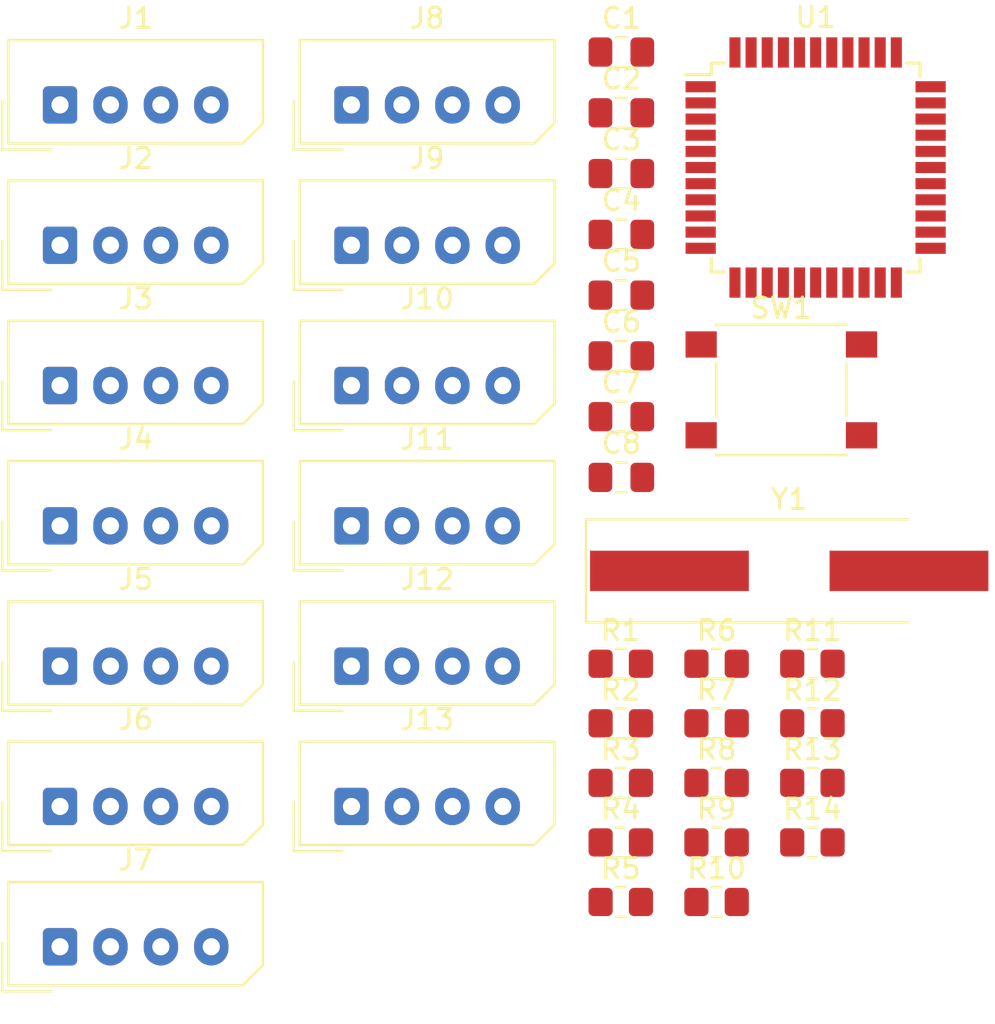
<source format=kicad_pcb>
(kicad_pcb (version 20221018) (generator pcbnew)
  (layers (0 "F.Cu" signal) (31 "B.Cu" signal) (34 "B.Paste" user) (35 "F.Paste" user) (36 "B.SilkS" user "B.Silkscreen") (37 "F.SilkS" user "F.Silkscreen") (38 "B.Mask" user) (39 "F.Mask" user) (44 "Edge.Cuts" user))
  (net 0 "")
  (net 1 "Net-(J12-Pin_4)")
  (net 2 "GND")
  (net 3 "Net-(U1-XTAL1)")
  (net 4 "Net-(U1-XTAL2)")
  (net 5 "VCC")
  (net 6 "/BT_START")
  (net 7 "/BT_EFFECT")
  (net 8 "/BT_VEFX")
  (net 9 "/BT_1")
  (net 10 "/BT_2")
  (net 11 "/BT_3")
  (net 12 "/BT_4")
  (net 13 "/BT_6")
  (net 14 "/BT_5")
  (net 15 "/BT_7")
  (net 16 "/SC_0")
  (net 17 "/SC_1")
  (net 18 "Net-(J12-Pin_2)")
  (net 19 "Net-(J12-Pin_3)")
  (net 20 "Net-(U1-D+)")
  (net 21 "Net-(U1-D-)")
  (net 22 "Net-(U1-~{RESET})")
  (net 23 "Net-(U1-~{HWB}{slash}PE2)")
  (net 36 "/TXD1_BT")
  (net 37 "/RXD1_BT")
  (footprint "Connector_Molex:Molex_SPOX_5267-04A_1x04_P2.50mm_Vertical" (layer "F.Cu") (at 101.75 81.82)
    (fp_text reference "J9" (at 3.75 -4.3) (layer "F.SilkS"))
    (fp_text value "Conn_01x04")
    (fp_line (start -2.86 -0.2) (end -2.86 2.21) (stroke (width 0.12)) (layer "F.SilkS"))
    (fp_line (start -2.86 2.21) (end -0.45 2.21) (stroke (width 0.12)) (layer "F.SilkS"))
    (fp_line (start -2.56 -3.21) (end -2.56 1.91) (stroke (width 0.12)) (layer "F.SilkS"))
    (fp_line (start -2.56 1.91) (end 9.06 1.91) (stroke (width 0.12)) (layer "F.SilkS"))
    (fp_line (start 9.06 1.91) (end 10.06 0.91) (stroke (width 0.12)) (layer "F.SilkS"))
    (fp_line (start 10.06 -3.21) (end -2.56 -3.21) (stroke (width 0.12)) (layer "F.SilkS"))
    (fp_line (start 10.06 0.91) (end 10.06 -3.21) (stroke (width 0.12)) (layer "F.SilkS"))
    (pad "1" thru_hole roundrect (at 0 0) (size 1.7 1.85) (drill 0.85) (layers "*.Cu" "*.Mask") (roundrect_rratio 0.147059) (net 5 "VCC"))
    (pad "2" thru_hole oval (at 2.5 0) (size 1.7 1.85) (drill 0.85) (layers "*.Cu" "*.Mask") (net 2 "GND"))
    (pad "3" thru_hole oval (at 5 0) (size 1.7 1.85) (drill 0.85) (layers "*.Cu" "*.Mask") (net 14 "/BT_5"))
    (pad "4" thru_hole oval (at 7.5 0) (size 1.7 1.85) (drill 0.85) (layers "*.Cu" "*.Mask") (net 14 "/BT_5"))
  )
  (footprint "Package_QFP:TQFP-44_10x10mm_P0.8mm" (layer "F.Cu") (at 124.76 77.97)
    (fp_text reference "U1" (at 0 -7.45) (layer "F.SilkS"))
    (fp_text value "ATmega32U4-A")
    (fp_line (start -5.175 -5.175) (end -5.175 -4.6) (stroke (width 0.15)) (layer "F.SilkS"))
    (fp_line (start -5.175 -5.175) (end -4.5 -5.175) (stroke (width 0.15)) (layer "F.SilkS"))
    (fp_line (start -5.175 -4.6) (end -6.45 -4.6) (stroke (width 0.15)) (layer "F.SilkS"))
    (fp_line (start -5.175 5.175) (end -5.175 4.5) (stroke (width 0.15)) (layer "F.SilkS"))
    (fp_line (start -5.175 5.175) (end -4.5 5.175) (stroke (width 0.15)) (layer "F.SilkS"))
    (fp_line (start 5.175 -5.175) (end 4.5 -5.175) (stroke (width 0.15)) (layer "F.SilkS"))
    (fp_line (start 5.175 -5.175) (end 5.175 -4.5) (stroke (width 0.15)) (layer "F.SilkS"))
    (fp_line (start 5.175 5.175) (end 4.5 5.175) (stroke (width 0.15)) (layer "F.SilkS"))
    (fp_line (start 5.175 5.175) (end 5.175 4.5) (stroke (width 0.15)) (layer "F.SilkS"))
    (pad "1" smd rect (at -5.7 -4) (size 1.5 0.55) (layers "F.Cu" "F.Paste" "F.Mask"))
    (pad "2" smd rect (at -5.7 -3.2) (size 1.5 0.55) (layers "F.Cu" "F.Paste" "F.Mask") (net 5 "VCC"))
    (pad "3" smd rect (at -5.7 -2.4) (size 1.5 0.55) (layers "F.Cu" "F.Paste" "F.Mask") (net 21 "Net-(U1-D-)"))
    (pad "4" smd rect (at -5.7 -1.6) (size 1.5 0.55) (layers "F.Cu" "F.Paste" "F.Mask") (net 20 "Net-(U1-D+)"))
    (pad "5" smd rect (at -5.7 -0.8) (size 1.5 0.55) (layers "F.Cu" "F.Paste" "F.Mask") (net 2 "GND"))
    (pad "6" smd rect (at -5.7 0) (size 1.5 0.55) (layers "F.Cu" "F.Paste" "F.Mask") (net 2 "GND"))
    (pad "7" smd rect (at -5.7 0.8) (size 1.5 0.55) (layers "F.Cu" "F.Paste" "F.Mask") (net 5 "VCC"))
    (pad "8" smd rect (at -5.7 1.6) (size 1.5 0.55) (layers "F.Cu" "F.Paste" "F.Mask") (net 6 "/BT_START"))
    (pad "9" smd rect (at -5.7 2.4) (size 1.5 0.55) (layers "F.Cu" "F.Paste" "F.Mask") (net 7 "/BT_EFFECT"))
    (pad "10" smd rect (at -5.7 3.2) (size 1.5 0.55) (layers "F.Cu" "F.Paste" "F.Mask") (net 8 "/BT_VEFX"))
    (pad "11" smd rect (at -5.7 4) (size 1.5 0.55) (layers "F.Cu" "F.Paste" "F.Mask") (net 9 "/BT_1"))
    (pad "12" smd rect (at -4 5.7 90) (size 1.5 0.55) (layers "F.Cu" "F.Paste" "F.Mask") (net 14 "/BT_5"))
    (pad "13" smd rect (at -3.2 5.7 90) (size 1.5 0.55) (layers "F.Cu" "F.Paste" "F.Mask") (net 22 "Net-(U1-~{RESET})"))
    (pad "14" smd rect (at -2.4 5.7 90) (size 1.5 0.55) (layers "F.Cu" "F.Paste" "F.Mask") (net 5 "VCC"))
    (pad "15" smd rect (at -1.6 5.7 90) (size 1.5 0.55) (layers "F.Cu" "F.Paste" "F.Mask") (net 2 "GND"))
    (pad "16" smd rect (at -0.8 5.7 90) (size 1.5 0.55) (layers "F.Cu" "F.Paste" "F.Mask") (net 4 "Net-(U1-XTAL2)"))
    (pad "17" smd rect (at 0 5.7 90) (size 1.5 0.55) (layers "F.Cu" "F.Paste" "F.Mask") (net 3 "Net-(U1-XTAL1)"))
    (pad "18" smd rect (at 0.8 5.7 90) (size 1.5 0.55) (layers "F.Cu" "F.Paste" "F.Mask"))
    (pad "19" smd rect (at 1.6 5.7 90) (size 1.5 0.55) (layers "F.Cu" "F.Paste" "F.Mask"))
    (pad "20" smd rect (at 2.4 5.7 90) (size 1.5 0.55) (layers "F.Cu" "F.Paste" "F.Mask") (net 37 "/RXD1_BT"))
    (pad "21" smd rect (at 3.2 5.7 90) (size 1.5 0.55) (layers "F.Cu" "F.Paste" "F.Mask") (net 36 "/TXD1_BT"))
    (pad "22" smd rect (at 4 5.7 90) (size 1.5 0.55) (layers "F.Cu" "F.Paste" "F.Mask"))
    (pad "23" smd rect (at 5.7 4) (size 1.5 0.55) (layers "F.Cu" "F.Paste" "F.Mask") (net 2 "GND"))
    (pad "24" smd rect (at 5.7 3.2) (size 1.5 0.55) (layers "F.Cu" "F.Paste" "F.Mask") (net 5 "VCC"))
    (pad "25" smd rect (at 5.7 2.4) (size 1.5 0.55) (layers "F.Cu" "F.Paste" "F.Mask"))
    (pad "26" smd rect (at 5.7 1.6) (size 1.5 0.55) (layers "F.Cu" "F.Paste" "F.Mask"))
    (pad "27" smd rect (at 5.7 0.8) (size 1.5 0.55) (layers "F.Cu" "F.Paste" "F.Mask"))
    (pad "28" smd rect (at 5.7 0) (size 1.5 0.55) (layers "F.Cu" "F.Paste" "F.Mask") (net 10 "/BT_2"))
    (pad "29" smd rect (at 5.7 -0.8) (size 1.5 0.55) (layers "F.Cu" "F.Paste" "F.Mask") (net 11 "/BT_3"))
    (pad "30" smd rect (at 5.7 -1.6) (size 1.5 0.55) (layers "F.Cu" "F.Paste" "F.Mask") (net 12 "/BT_4"))
    (pad "31" smd rect (at 5.7 -2.4) (size 1.5 0.55) (layers "F.Cu" "F.Paste" "F.Mask") (net 13 "/BT_6"))
    (pad "32" smd rect (at 5.7 -3.2) (size 1.5 0.55) (layers "F.Cu" "F.Paste" "F.Mask") (net 15 "/BT_7"))
    (pad "33" smd rect (at 5.7 -4) (size 1.5 0.55) (layers "F.Cu" "F.Paste" "F.Mask") (net 23 "Net-(U1-~{HWB}{slash}PE2)"))
    (pad "34" smd rect (at 4 -5.7 90) (size 1.5 0.55) (layers "F.Cu" "F.Paste" "F.Mask") (net 5 "VCC"))
    (pad "35" smd rect (at 3.2 -5.7 90) (size 1.5 0.55) (layers "F.Cu" "F.Paste" "F.Mask") (net 2 "GND"))
    (pad "36" smd rect (at 2.4 -5.7 90) (size 1.5 0.55) (layers "F.Cu" "F.Paste" "F.Mask"))
    (pad "37" smd rect (at 1.6 -5.7 90) (size 1.5 0.55) (layers "F.Cu" "F.Paste" "F.Mask"))
    (pad "38" smd rect (at 0.8 -5.7 90) (size 1.5 0.55) (layers "F.Cu" "F.Paste" "F.Mask"))
    (pad "39" smd rect (at 0 -5.7 90) (size 1.5 0.55) (layers "F.Cu" "F.Paste" "F.Mask"))
    (pad "40" smd rect (at -0.8 -5.7 90) (size 1.5 0.55) (layers "F.Cu" "F.Paste" "F.Mask") (net 17 "/SC_1"))
    (pad "41" smd rect (at -1.6 -5.7 90) (size 1.5 0.55) (layers "F.Cu" "F.Paste" "F.Mask") (net 16 "/SC_0"))
    (pad "42" smd rect (at -2.4 -5.7 90) (size 1.5 0.55) (layers "F.Cu" "F.Paste" "F.Mask"))
    (pad "43" smd rect (at -3.2 -5.7 90) (size 1.5 0.55) (layers "F.Cu" "F.Paste" "F.Mask") (net 2 "GND"))
    (pad "44" smd rect (at -4 -5.7 90) (size 1.5 0.55) (layers "F.Cu" "F.Paste" "F.Mask") (net 5 "VCC"))
  )
  (footprint "Resistor_SMD:R_0805_2012Metric_Pad1.20x1.40mm_HandSolder" (layer "F.Cu") (at 115.1 108.45)
    (fp_text reference "R3" (at 0 -1.65) (layer "F.SilkS"))
    (fp_text value "10k")
    (fp_line (start -0.227064 -0.735) (end 0.227064 -0.735) (stroke (width 0.12)) (layer "F.SilkS"))
    (fp_line (start -0.227064 0.735) (end 0.227064 0.735) (stroke (width 0.12)) (layer "F.SilkS"))
    (pad "1" smd roundrect (at -1 0) (size 1.2 1.4) (layers "F.Cu" "F.Paste" "F.Mask") (roundrect_rratio 0.208333) (net 5 "VCC"))
    (pad "2" smd roundrect (at 1 0) (size 1.2 1.4) (layers "F.Cu" "F.Paste" "F.Mask") (roundrect_rratio 0.208333) (net 22 "Net-(U1-~{RESET})"))
  )
  (footprint "Connector_Molex:Molex_SPOX_5267-04A_1x04_P2.50mm_Vertical" (layer "F.Cu") (at 101.75 95.72)
    (fp_text reference "J11" (at 3.75 -4.3) (layer "F.SilkS"))
    (fp_text value "Conn_01x04")
    (fp_line (start -2.86 -0.2) (end -2.86 2.21) (stroke (width 0.12)) (layer "F.SilkS"))
    (fp_line (start -2.86 2.21) (end -0.45 2.21) (stroke (width 0.12)) (layer "F.SilkS"))
    (fp_line (start -2.56 -3.21) (end -2.56 1.91) (stroke (width 0.12)) (layer "F.SilkS"))
    (fp_line (start -2.56 1.91) (end 9.06 1.91) (stroke (width 0.12)) (layer "F.SilkS"))
    (fp_line (start 9.06 1.91) (end 10.06 0.91) (stroke (width 0.12)) (layer "F.SilkS"))
    (fp_line (start 10.06 -3.21) (end -2.56 -3.21) (stroke (width 0.12)) (layer "F.SilkS"))
    (fp_line (start 10.06 0.91) (end 10.06 -3.21) (stroke (width 0.12)) (layer "F.SilkS"))
    (pad "1" thru_hole roundrect (at 0 0) (size 1.7 1.85) (drill 0.85) (layers "*.Cu" "*.Mask") (roundrect_rratio 0.147059) (net 16 "/SC_0"))
    (pad "2" thru_hole oval (at 2.5 0) (size 1.7 1.85) (drill 0.85) (layers "*.Cu" "*.Mask") (net 17 "/SC_1"))
    (pad "3" thru_hole oval (at 5 0) (size 1.7 1.85) (drill 0.85) (layers "*.Cu" "*.Mask") (net 2 "GND"))
    (pad "4" thru_hole oval (at 7.5 0) (size 1.7 1.85) (drill 0.85) (layers "*.Cu" "*.Mask") (net 2 "GND"))
  )
  (footprint "Capacitor_SMD:C_0805_2012Metric_Pad1.18x1.45mm_HandSolder" (layer "F.Cu") (at 115.13 84.29)
    (fp_text reference "C5" (at 0 -1.68) (layer "F.SilkS"))
    (fp_text value "4.7u")
    (fp_line (start -0.261252 -0.735) (end 0.261252 -0.735) (stroke (width 0.12)) (layer "F.SilkS"))
    (fp_line (start -0.261252 0.735) (end 0.261252 0.735) (stroke (width 0.12)) (layer "F.SilkS"))
    (pad "1" smd roundrect (at -1.0375 0) (size 1.175 1.45) (layers "F.Cu" "F.Paste" "F.Mask") (roundrect_rratio 0.212766) (net 5 "VCC"))
    (pad "2" smd roundrect (at 1.0375 0) (size 1.175 1.45) (layers "F.Cu" "F.Paste" "F.Mask") (roundrect_rratio 0.212766) (net 2 "GND"))
  )
  (footprint "Capacitor_SMD:C_0805_2012Metric_Pad1.18x1.45mm_HandSolder" (layer "F.Cu") (at 115.13 81.28)
    (fp_text reference "C4" (at 0 -1.68) (layer "F.SilkS"))
    (fp_text value "0.1u")
    (fp_line (start -0.261252 -0.735) (end 0.261252 -0.735) (stroke (width 0.12)) (layer "F.SilkS"))
    (fp_line (start -0.261252 0.735) (end 0.261252 0.735) (stroke (width 0.12)) (layer "F.SilkS"))
    (pad "1" smd roundrect (at -1.0375 0) (size 1.175 1.45) (layers "F.Cu" "F.Paste" "F.Mask") (roundrect_rratio 0.212766) (net 5 "VCC"))
    (pad "2" smd roundrect (at 1.0375 0) (size 1.175 1.45) (layers "F.Cu" "F.Paste" "F.Mask") (roundrect_rratio 0.212766) (net 2 "GND"))
  )
  (footprint "Resistor_SMD:R_0805_2012Metric_Pad1.20x1.40mm_HandSolder" (layer "F.Cu") (at 119.85 111.4)
    (fp_text reference "R9" (at 0 -1.65) (layer "F.SilkS"))
    (fp_text value "10k")
    (fp_line (start -0.227064 -0.735) (end 0.227064 -0.735) (stroke (width 0.12)) (layer "F.SilkS"))
    (fp_line (start -0.227064 0.735) (end 0.227064 0.735) (stroke (width 0.12)) (layer "F.SilkS"))
    (pad "1" smd roundrect (at -1 0) (size 1.2 1.4) (layers "F.Cu" "F.Paste" "F.Mask") (roundrect_rratio 0.208333) (net 5 "VCC"))
    (pad "2" smd roundrect (at 1 0) (size 1.2 1.4) (layers "F.Cu" "F.Paste" "F.Mask") (roundrect_rratio 0.208333) (net 10 "/BT_2"))
  )
  (footprint "Connector_Molex:Molex_SPOX_5267-04A_1x04_P2.50mm_Vertical" (layer "F.Cu") (at 87.3 95.72)
    (fp_text reference "J4" (at 3.75 -4.3) (layer "F.SilkS"))
    (fp_text value "Conn_01x04")
    (fp_line (start -2.86 -0.2) (end -2.86 2.21) (stroke (width 0.12)) (layer "F.SilkS"))
    (fp_line (start -2.86 2.21) (end -0.45 2.21) (stroke (width 0.12)) (layer "F.SilkS"))
    (fp_line (start -2.56 -3.21) (end -2.56 1.91) (stroke (width 0.12)) (layer "F.SilkS"))
    (fp_line (start -2.56 1.91) (end 9.06 1.91) (stroke (width 0.12)) (layer "F.SilkS"))
    (fp_line (start 9.06 1.91) (end 10.06 0.91) (stroke (width 0.12)) (layer "F.SilkS"))
    (fp_line (start 10.06 -3.21) (end -2.56 -3.21) (stroke (width 0.12)) (layer "F.SilkS"))
    (fp_line (start 10.06 0.91) (end 10.06 -3.21) (stroke (width 0.12)) (layer "F.SilkS"))
    (pad "1" thru_hole roundrect (at 0 0) (size 1.7 1.85) (drill 0.85) (layers "*.Cu" "*.Mask") (roundrect_rratio 0.147059) (net 5 "VCC"))
    (pad "2" thru_hole oval (at 2.5 0) (size 1.7 1.85) (drill 0.85) (layers "*.Cu" "*.Mask") (net 2 "GND"))
    (pad "3" thru_hole oval (at 5 0) (size 1.7 1.85) (drill 0.85) (layers "*.Cu" "*.Mask") (net 9 "/BT_1"))
    (pad "4" thru_hole oval (at 7.5 0) (size 1.7 1.85) (drill 0.85) (layers "*.Cu" "*.Mask") (net 9 "/BT_1"))
  )
  (footprint "Capacitor_SMD:C_0805_2012Metric_Pad1.18x1.45mm_HandSolder" (layer "F.Cu") (at 115.13 93.32)
    (fp_text reference "C8" (at 0 -1.68) (layer "F.SilkS"))
    (fp_text value "1u")
    (fp_line (start -0.261252 -0.735) (end 0.261252 -0.735) (stroke (width 0.12)) (layer "F.SilkS"))
    (fp_line (start -0.261252 0.735) (end 0.261252 0.735) (stroke (width 0.12)) (layer "F.SilkS"))
    (pad "1" smd roundrect (at -1.0375 0) (size 1.175 1.45) (layers "F.Cu" "F.Paste" "F.Mask") (roundrect_rratio 0.212766) (net 1 "Net-(J12-Pin_4)"))
    (pad "2" smd roundrect (at 1.0375 0) (size 1.175 1.45) (layers "F.Cu" "F.Paste" "F.Mask") (roundrect_rratio 0.212766) (net 2 "GND"))
  )
  (footprint "Connector_Molex:Molex_SPOX_5267-04A_1x04_P2.50mm_Vertical" (layer "F.Cu") (at 87.3 116.57)
    (fp_text reference "J7" (at 3.75 -4.3) (layer "F.SilkS"))
    (fp_text value "Conn_01x04")
    (fp_line (start -2.86 -0.2) (end -2.86 2.21) (stroke (width 0.12)) (layer "F.SilkS"))
    (fp_line (start -2.86 2.21) (end -0.45 2.21) (stroke (width 0.12)) (layer "F.SilkS"))
    (fp_line (start -2.56 -3.21) (end -2.56 1.91) (stroke (width 0.12)) (layer "F.SilkS"))
    (fp_line (start -2.56 1.91) (end 9.06 1.91) (stroke (width 0.12)) (layer "F.SilkS"))
    (fp_line (start 9.06 1.91) (end 10.06 0.91) (stroke (width 0.12)) (layer "F.SilkS"))
    (fp_line (start 10.06 -3.21) (end -2.56 -3.21) (stroke (width 0.12)) (layer "F.SilkS"))
    (fp_line (start 10.06 0.91) (end 10.06 -3.21) (stroke (width 0.12)) (layer "F.SilkS"))
    (pad "1" thru_hole roundrect (at 0 0) (size 1.7 1.85) (drill 0.85) (layers "*.Cu" "*.Mask") (roundrect_rratio 0.147059) (net 5 "VCC"))
    (pad "2" thru_hole oval (at 2.5 0) (size 1.7 1.85) (drill 0.85) (layers "*.Cu" "*.Mask") (net 2 "GND"))
    (pad "3" thru_hole oval (at 5 0) (size 1.7 1.85) (drill 0.85) (layers "*.Cu" "*.Mask") (net 12 "/BT_4"))
    (pad "4" thru_hole oval (at 7.5 0) (size 1.7 1.85) (drill 0.85) (layers "*.Cu" "*.Mask") (net 12 "/BT_4"))
  )
  (footprint "Resistor_SMD:R_0805_2012Metric_Pad1.20x1.40mm_HandSolder" (layer "F.Cu") (at 115.1 111.4)
    (fp_text reference "R4" (at 0 -1.65) (layer "F.SilkS"))
    (fp_text value "10k")
    (fp_line (start -0.227064 -0.735) (end 0.227064 -0.735) (stroke (width 0.12)) (layer "F.SilkS"))
    (fp_line (start -0.227064 0.735) (end 0.227064 0.735) (stroke (width 0.12)) (layer "F.SilkS"))
    (pad "1" smd roundrect (at -1 0) (size 1.2 1.4) (layers "F.Cu" "F.Paste" "F.Mask") (roundrect_rratio 0.208333) (net 23 "Net-(U1-~{HWB}{slash}PE2)"))
    (pad "2" smd roundrect (at 1 0) (size 1.2 1.4) (layers "F.Cu" "F.Paste" "F.Mask") (roundrect_rratio 0.208333) (net 2 "GND"))
  )
  (footprint "Capacitor_SMD:C_0805_2012Metric_Pad1.18x1.45mm_HandSolder" (layer "F.Cu") (at 115.13 87.3)
    (fp_text reference "C6" (at 0 -1.68) (layer "F.SilkS"))
    (fp_text value "22p")
    (fp_line (start -0.261252 -0.735) (end 0.261252 -0.735) (stroke (width 0.12)) (layer "F.SilkS"))
    (fp_line (start -0.261252 0.735) (end 0.261252 0.735) (stroke (width 0.12)) (layer "F.SilkS"))
    (pad "1" smd roundrect (at -1.0375 0) (size 1.175 1.45) (layers "F.Cu" "F.Paste" "F.Mask") (roundrect_rratio 0.212766) (net 2 "GND"))
    (pad "2" smd roundrect (at 1.0375 0) (size 1.175 1.45) (layers "F.Cu" "F.Paste" "F.Mask") (roundrect_rratio 0.212766) (net 3 "Net-(U1-XTAL1)"))
  )
  (footprint "Connector_Molex:Molex_SPOX_5267-04A_1x04_P2.50mm_Vertical" (layer "F.Cu") (at 101.75 88.77)
    (fp_text reference "J10" (at 3.75 -4.3) (layer "F.SilkS"))
    (fp_text value "Conn_01x04")
    (fp_line (start -2.86 -0.2) (end -2.86 2.21) (stroke (width 0.12)) (layer "F.SilkS"))
    (fp_line (start -2.86 2.21) (end -0.45 2.21) (stroke (width 0.12)) (layer "F.SilkS"))
    (fp_line (start -2.56 -3.21) (end -2.56 1.91) (stroke (width 0.12)) (layer "F.SilkS"))
    (fp_line (start -2.56 1.91) (end 9.06 1.91) (stroke (width 0.12)) (layer "F.SilkS"))
    (fp_line (start 9.06 1.91) (end 10.06 0.91) (stroke (width 0.12)) (layer "F.SilkS"))
    (fp_line (start 10.06 -3.21) (end -2.56 -3.21) (stroke (width 0.12)) (layer "F.SilkS"))
    (fp_line (start 10.06 0.91) (end 10.06 -3.21) (stroke (width 0.12)) (layer "F.SilkS"))
    (pad "1" thru_hole roundrect (at 0 0) (size 1.7 1.85) (drill 0.85) (layers "*.Cu" "*.Mask") (roundrect_rratio 0.147059) (net 5 "VCC"))
    (pad "2" thru_hole oval (at 2.5 0) (size 1.7 1.85) (drill 0.85) (layers "*.Cu" "*.Mask") (net 2 "GND"))
    (pad "3" thru_hole oval (at 5 0) (size 1.7 1.85) (drill 0.85) (layers "*.Cu" "*.Mask") (net 15 "/BT_7"))
    (pad "4" thru_hole oval (at 7.5 0) (size 1.7 1.85) (drill 0.85) (layers "*.Cu" "*.Mask") (net 15 "/BT_7"))
  )
  (footprint "Connector_Molex:Molex_SPOX_5267-04A_1x04_P2.50mm_Vertical" (layer "F.Cu") (at 101.75 102.67)
    (fp_text reference "J12" (at 3.75 -4.3) (layer "F.SilkS"))
    (fp_text value "Conn_01x04")
    (fp_line (start -2.86 -0.2) (end -2.86 2.21) (stroke (width 0.12)) (layer "F.SilkS"))
    (fp_line (start -2.86 2.21) (end -0.45 2.21) (stroke (width 0.12)) (layer "F.SilkS"))
    (fp_line (start -2.56 -3.21) (end -2.56 1.91) (stroke (width 0.12)) (layer "F.SilkS"))
    (fp_line (start -2.56 1.91) (end 9.06 1.91) (stroke (width 0.12)) (layer "F.SilkS"))
    (fp_line (start 9.06 1.91) (end 10.06 0.91) (stroke (width 0.12)) (layer "F.SilkS"))
    (fp_line (start 10.06 -3.21) (end -2.56 -3.21) (stroke (width 0.12)) (layer "F.SilkS"))
    (fp_line (start 10.06 0.91) (end 10.06 -3.21) (stroke (width 0.12)) (layer "F.SilkS"))
    (pad "1" thru_hole roundrect (at 0 0) (size 1.7 1.85) (drill 0.85) (layers "*.Cu" "*.Mask") (roundrect_rratio 0.147059) (net 5 "VCC"))
    (pad "2" thru_hole oval (at 2.5 0) (size 1.7 1.85) (drill 0.85) (layers "*.Cu" "*.Mask") (net 18 "Net-(J12-Pin_2)"))
    (pad "3" thru_hole oval (at 5 0) (size 1.7 1.85) (drill 0.85) (layers "*.Cu" "*.Mask") (net 19 "Net-(J12-Pin_3)"))
    (pad "4" thru_hole oval (at 7.5 0) (size 1.7 1.85) (drill 0.85) (layers "*.Cu" "*.Mask") (net 1 "Net-(J12-Pin_4)"))
  )
  (footprint "Resistor_SMD:R_0805_2012Metric_Pad1.20x1.40mm_HandSolder" (layer "F.Cu") (at 119.85 108.45)
    (fp_text reference "R8" (at 0 -1.65) (layer "F.SilkS"))
    (fp_text value "10k")
    (fp_line (start -0.227064 -0.735) (end 0.227064 -0.735) (stroke (width 0.12)) (layer "F.SilkS"))
    (fp_line (start -0.227064 0.735) (end 0.227064 0.735) (stroke (width 0.12)) (layer "F.SilkS"))
    (pad "1" smd roundrect (at -1 0) (size 1.2 1.4) (layers "F.Cu" "F.Paste" "F.Mask") (roundrect_rratio 0.208333) (net 5 "VCC"))
    (pad "2" smd roundrect (at 1 0) (size 1.2 1.4) (layers "F.Cu" "F.Paste" "F.Mask") (roundrect_rratio 0.208333) (net 9 "/BT_1"))
  )
  (footprint "Resistor_SMD:R_0805_2012Metric_Pad1.20x1.40mm_HandSolder" (layer "F.Cu") (at 124.6 108.45)
    (fp_text reference "R13" (at 0 -1.65) (layer "F.SilkS"))
    (fp_text value "10k")
    (fp_line (start -0.227064 -0.735) (end 0.227064 -0.735) (stroke (width 0.12)) (layer "F.SilkS"))
    (fp_line (start -0.227064 0.735) (end 0.227064 0.735) (stroke (width 0.12)) (layer "F.SilkS"))
    (pad "1" smd roundrect (at -1 0) (size 1.2 1.4) (layers "F.Cu" "F.Paste" "F.Mask") (roundrect_rratio 0.208333) (net 5 "VCC"))
    (pad "2" smd roundrect (at 1 0) (size 1.2 1.4) (layers "F.Cu" "F.Paste" "F.Mask") (roundrect_rratio 0.208333) (net 13 "/BT_6"))
  )
  (footprint "Capacitor_SMD:C_0805_2012Metric_Pad1.18x1.45mm_HandSolder" (layer "F.Cu") (at 115.13 90.31)
    (fp_text reference "C7" (at 0 -1.68) (layer "F.SilkS"))
    (fp_text value "22p")
    (fp_line (start -0.261252 -0.735) (end 0.261252 -0.735) (stroke (width 0.12)) (layer "F.SilkS"))
    (fp_line (start -0.261252 0.735) (end 0.261252 0.735) (stroke (width 0.12)) (layer "F.SilkS"))
    (pad "1" smd roundrect (at -1.0375 0) (size 1.175 1.45) (layers "F.Cu" "F.Paste" "F.Mask") (roundrect_rratio 0.212766) (net 4 "Net-(U1-XTAL2)"))
    (pad "2" smd roundrect (at 1.0375 0) (size 1.175 1.45) (layers "F.Cu" "F.Paste" "F.Mask") (roundrect_rratio 0.212766) (net 2 "GND"))
  )
  (footprint "Resistor_SMD:R_0805_2012Metric_Pad1.20x1.40mm_HandSolder" (layer "F.Cu") (at 119.85 102.55)
    (fp_text reference "R6" (at 0 -1.65) (layer "F.SilkS"))
    (fp_text value "10k")
    (fp_line (start -0.227064 -0.735) (end 0.227064 -0.735) (stroke (width 0.12)) (layer "F.SilkS"))
    (fp_line (start -0.227064 0.735) (end 0.227064 0.735) (stroke (width 0.12)) (layer "F.SilkS"))
    (pad "1" smd roundrect (at -1 0) (size 1.2 1.4) (layers "F.Cu" "F.Paste" "F.Mask") (roundrect_rratio 0.208333) (net 5 "VCC"))
    (pad "2" smd roundrect (at 1 0) (size 1.2 1.4) (layers "F.Cu" "F.Paste" "F.Mask") (roundrect_rratio 0.208333) (net 7 "/BT_EFFECT"))
  )
  (footprint "Connector_Molex:Molex_SPOX_5267-04A_1x04_P2.50mm_Vertical" (layer "F.Cu") (at 101.75 109.62)
    (fp_text reference "J13" (at 3.75 -4.3) (layer "F.SilkS"))
    (fp_text value "Conn_01x04")
    (fp_line (start -2.86 -0.2) (end -2.86 2.21) (stroke (width 0.12)) (layer "F.SilkS"))
    (fp_line (start -2.86 2.21) (end -0.45 2.21) (stroke (width 0.12)) (layer "F.SilkS"))
    (fp_line (start -2.56 -3.21) (end -2.56 1.91) (stroke (width 0.12)) (layer "F.SilkS"))
    (fp_line (start -2.56 1.91) (end 9.06 1.91) (stroke (width 0.12)) (layer "F.SilkS"))
    (fp_line (start 9.06 1.91) (end 10.06 0.91) (stroke (width 0.12)) (layer "F.SilkS"))
    (fp_line (start 10.06 -3.21) (end -2.56 -3.21) (stroke (width 0.12)) (layer "F.SilkS"))
    (fp_line (start 10.06 0.91) (end 10.06 -3.21) (stroke (width 0.12)) (layer "F.SilkS"))
    (pad "1" thru_hole roundrect (at 0 0) (size 1.7 1.85) (drill 0.85) (layers "*.Cu" "*.Mask") (roundrect_rratio 0.147059) (net 5 "VCC"))
    (pad "2" thru_hole oval (at 2.5 0) (size 1.7 1.85) (drill 0.85) (layers "*.Cu" "*.Mask") (net 36 "/TXD1_BT"))
    (pad "3" thru_hole oval (at 5 0) (size 1.7 1.85) (drill 0.85) (layers "*.Cu" "*.Mask") (net 37 "/RXD1_BT"))
    (pad "4" thru_hole oval (at 7.5 0) (size 1.7 1.85) (drill 0.85) (layers "*.Cu" "*.Mask") (net 2 "GND"))
  )
  (footprint "Resistor_SMD:R_0805_2012Metric_Pad1.20x1.40mm_HandSolder" (layer "F.Cu") (at 115.1 114.35)
    (fp_text reference "R5" (at 0 -1.65) (layer "F.SilkS"))
    (fp_text value "10k")
    (fp_line (start -0.227064 -0.735) (end 0.227064 -0.735) (stroke (width 0.12)) (layer "F.SilkS"))
    (fp_line (start -0.227064 0.735) (end 0.227064 0.735) (stroke (width 0.12)) (layer "F.SilkS"))
    (pad "1" smd roundrect (at -1 0) (size 1.2 1.4) (layers "F.Cu" "F.Paste" "F.Mask") (roundrect_rratio 0.208333) (net 5 "VCC"))
    (pad "2" smd roundrect (at 1 0) (size 1.2 1.4) (layers "F.Cu" "F.Paste" "F.Mask") (roundrect_rratio 0.208333) (net 6 "/BT_START"))
  )
  (footprint "Resistor_SMD:R_0805_2012Metric_Pad1.20x1.40mm_HandSolder" (layer "F.Cu") (at 119.85 114.35)
    (fp_text reference "R10" (at 0 -1.65) (layer "F.SilkS"))
    (fp_text value "10k")
    (fp_line (start -0.227064 -0.735) (end 0.227064 -0.735) (stroke (width 0.12)) (layer "F.SilkS"))
    (fp_line (start -0.227064 0.735) (end 0.227064 0.735) (stroke (width 0.12)) (layer "F.SilkS"))
    (pad "1" smd roundrect (at -1 0) (size 1.2 1.4) (layers "F.Cu" "F.Paste" "F.Mask") (roundrect_rratio 0.208333) (net 5 "VCC"))
    (pad "2" smd roundrect (at 1 0) (size 1.2 1.4) (layers "F.Cu" "F.Paste" "F.Mask") (roundrect_rratio 0.208333) (net 11 "/BT_3"))
  )
  (footprint "Connector_Molex:Molex_SPOX_5267-04A_1x04_P2.50mm_Vertical" (layer "F.Cu") (at 87.3 88.77)
    (fp_text reference "J3" (at 3.75 -4.3) (layer "F.SilkS"))
    (fp_text value "Conn_01x04")
    (fp_line (start -2.86 -0.2) (end -2.86 2.21) (stroke (width 0.12)) (layer "F.SilkS"))
    (fp_line (start -2.86 2.21) (end -0.45 2.21) (stroke (width 0.12)) (layer "F.SilkS"))
    (fp_line (start -2.56 -3.21) (end -2.56 1.91) (stroke (width 0.12)) (layer "F.SilkS"))
    (fp_line (start -2.56 1.91) (end 9.06 1.91) (stroke (width 0.12)) (layer "F.SilkS"))
    (fp_line (start 9.06 1.91) (end 10.06 0.91) (stroke (width 0.12)) (layer "F.SilkS"))
    (fp_line (start 10.06 -3.21) (end -2.56 -3.21) (stroke (width 0.12)) (layer "F.SilkS"))
    (fp_line (start 10.06 0.91) (end 10.06 -3.21) (stroke (width 0.12)) (layer "F.SilkS"))
    (pad "1" thru_hole roundrect (at 0 0) (size 1.7 1.85) (drill 0.85) (layers "*.Cu" "*.Mask") (roundrect_rratio 0.147059) (net 5 "VCC"))
    (pad "2" thru_hole oval (at 2.5 0) (size 1.7 1.85) (drill 0.85) (layers "*.Cu" "*.Mask") (net 2 "GND"))
    (pad "3" thru_hole oval (at 5 0) (size 1.7 1.85) (drill 0.85) (layers "*.Cu" "*.Mask") (net 8 "/BT_VEFX"))
    (pad "4" thru_hole oval (at 7.5 0) (size 1.7 1.85) (drill 0.85) (layers "*.Cu" "*.Mask") (net 8 "/BT_VEFX"))
  )
  (footprint "Resistor_SMD:R_0805_2012Metric_Pad1.20x1.40mm_HandSolder" (layer "F.Cu") (at 119.85 105.5)
    (fp_text reference "R7" (at 0 -1.65) (layer "F.SilkS"))
    (fp_text value "10k")
    (fp_line (start -0.227064 -0.735) (end 0.227064 -0.735) (stroke (width 0.12)) (layer "F.SilkS"))
    (fp_line (start -0.227064 0.735) (end 0.227064 0.735) (stroke (width 0.12)) (layer "F.SilkS"))
    (pad "1" smd roundrect (at -1 0) (size 1.2 1.4) (layers "F.Cu" "F.Paste" "F.Mask") (roundrect_rratio 0.208333) (net 5 "VCC"))
    (pad "2" smd roundrect (at 1 0) (size 1.2 1.4) (layers "F.Cu" "F.Paste" "F.Mask") (roundrect_rratio 0.208333) (net 8 "/BT_VEFX"))
  )
  (footprint "Connector_Molex:Molex_SPOX_5267-04A_1x04_P2.50mm_Vertical" (layer "F.Cu") (at 87.3 102.67)
    (fp_text reference "J5" (at 3.75 -4.3) (layer "F.SilkS"))
    (fp_text value "Conn_01x04")
    (fp_line (start -2.86 -0.2) (end -2.86 2.21) (stroke (width 0.12)) (layer "F.SilkS"))
    (fp_line (start -2.86 2.21) (end -0.45 2.21) (stroke (width 0.12)) (layer "F.SilkS"))
    (fp_line (start -2.56 -3.21) (end -2.56 1.91) (stroke (width 0.12)) (layer "F.SilkS"))
    (fp_line (start -2.56 1.91) (end 9.06 1.91) (stroke (width 0.12)) (layer "F.SilkS"))
    (fp_line (start 9.06 1.91) (end 10.06 0.91) (stroke (width 0.12)) (layer "F.SilkS"))
    (fp_line (start 10.06 -3.21) (end -2.56 -3.21) (stroke (width 0.12)) (layer "F.SilkS"))
    (fp_line (start 10.06 0.91) (end 10.06 -3.21) (stroke (width 0.12)) (layer "F.SilkS"))
    (pad "1" thru_hole roundrect (at 0 0) (size 1.7 1.85) (drill 0.85) (layers "*.Cu" "*.Mask") (roundrect_rratio 0.147059) (net 5 "VCC"))
    (pad "2" thru_hole oval (at 2.5 0) (size 1.7 1.85) (drill 0.85) (layers "*.Cu" "*.Mask") (net 2 "GND"))
    (pad "3" thru_hole oval (at 5 0) (size 1.7 1.85) (drill 0.85) (layers "*.Cu" "*.Mask") (net 10 "/BT_2"))
    (pad "4" thru_hole oval (at 7.5 0) (size 1.7 1.85) (drill 0.85) (layers "*.Cu" "*.Mask") (net 10 "/BT_2"))
  )
  (footprint "Resistor_SMD:R_0805_2012Metric_Pad1.20x1.40mm_HandSolder" (layer "F.Cu") (at 115.1 105.5)
    (fp_text reference "R2" (at 0 -1.65) (layer "F.SilkS"))
    (fp_text value "10k")
    (fp_line (start -0.227064 -0.735) (end 0.227064 -0.735) (stroke (width 0.12)) (layer "F.SilkS"))
    (fp_line (start -0.227064 0.735) (end 0.227064 0.735) (stroke (width 0.12)) (layer "F.SilkS"))
    (pad "1" smd roundrect (at -1 0) (size 1.2 1.4) (layers "F.Cu" "F.Paste" "F.Mask") (roundrect_rratio 0.208333) (net 18 "Net-(J12-Pin_2)"))
    (pad "2" smd roundrect (at 1 0) (size 1.2 1.4) (layers "F.Cu" "F.Paste" "F.Mask") (roundrect_rratio 0.208333) (net 21 "Net-(U1-D-)"))
  )
  (footprint "Resistor_SMD:R_0805_2012Metric_Pad1.20x1.40mm_HandSolder" (layer "F.Cu") (at 115.1 102.55)
    (fp_text reference "R1" (at 0 -1.65) (layer "F.SilkS"))
    (fp_text value "10k")
    (fp_line (start -0.227064 -0.735) (end 0.227064 -0.735) (stroke (width 0.12)) (layer "F.SilkS"))
    (fp_line (start -0.227064 0.735) (end 0.227064 0.735) (stroke (width 0.12)) (layer "F.SilkS"))
    (pad "1" smd roundrect (at -1 0) (size 1.2 1.4) (layers "F.Cu" "F.Paste" "F.Mask") (roundrect_rratio 0.208333) (net 19 "Net-(J12-Pin_3)"))
    (pad "2" smd roundrect (at 1 0) (size 1.2 1.4) (layers "F.Cu" "F.Paste" "F.Mask") (roundrect_rratio 0.208333) (net 20 "Net-(U1-D+)"))
  )
  (footprint "Connector_Molex:Molex_SPOX_5267-04A_1x04_P2.50mm_Vertical" (layer "F.Cu") (at 87.3 74.87)
    (fp_text reference "J1" (at 3.75 -4.3) (layer "F.SilkS"))
    (fp_text value "Conn_01x04")
    (fp_line (start -2.86 -0.2) (end -2.86 2.21) (stroke (width 0.12)) (layer "F.SilkS"))
    (fp_line (start -2.86 2.21) (end -0.45 2.21) (stroke (width 0.12)) (layer "F.SilkS"))
    (fp_line (start -2.56 -3.21) (end -2.56 1.91) (stroke (width 0.12)) (layer "F.SilkS"))
    (fp_line (start -2.56 1.91) (end 9.06 1.91) (stroke (width 0.12)) (layer "F.SilkS"))
    (fp_line (start 9.06 1.91) (end 10.06 0.91) (stroke (width 0.12)) (layer "F.SilkS"))
    (fp_line (start 10.06 -3.21) (end -2.56 -3.21) (stroke (width 0.12)) (layer "F.SilkS"))
    (fp_line (start 10.06 0.91) (end 10.06 -3.21) (stroke (width 0.12)) (layer "F.SilkS"))
    (pad "1" thru_hole roundrect (at 0 0) (size 1.7 1.85) (drill 0.85) (layers "*.Cu" "*.Mask") (roundrect_rratio 0.147059) (net 5 "VCC"))
    (pad "2" thru_hole oval (at 2.5 0) (size 1.7 1.85) (drill 0.85) (layers "*.Cu" "*.Mask") (net 2 "GND"))
    (pad "3" thru_hole oval (at 5 0) (size 1.7 1.85) (drill 0.85) (layers "*.Cu" "*.Mask") (net 6 "/BT_START"))
    (pad "4" thru_hole oval (at 7.5 0) (size 1.7 1.85) (drill 0.85) (layers "*.Cu" "*.Mask") (net 6 "/BT_START"))
  )
  (footprint "Resistor_SMD:R_0805_2012Metric_Pad1.20x1.40mm_HandSolder" (layer "F.Cu") (at 124.6 102.55)
    (fp_text reference "R11" (at 0 -1.65) (layer "F.SilkS"))
    (fp_text value "10k")
    (fp_line (start -0.227064 -0.735) (end 0.227064 -0.735) (stroke (width 0.12)) (layer "F.SilkS"))
    (fp_line (start -0.227064 0.735) (end 0.227064 0.735) (stroke (width 0.12)) (layer "F.SilkS"))
    (pad "1" smd roundrect (at -1 0) (size 1.2 1.4) (layers "F.Cu" "F.Paste" "F.Mask") (roundrect_rratio 0.208333) (net 5 "VCC"))
    (pad "2" smd roundrect (at 1 0) (size 1.2 1.4) (layers "F.Cu" "F.Paste" "F.Mask") (roundrect_rratio 0.208333) (net 12 "/BT_4"))
  )
  (footprint "Connector_Molex:Molex_SPOX_5267-04A_1x04_P2.50mm_Vertical" (layer "F.Cu") (at 101.75 74.87)
    (fp_text reference "J8" (at 3.75 -4.3) (layer "F.SilkS"))
    (fp_text value "Conn_01x04")
    (fp_line (start -2.86 -0.2) (end -2.86 2.21) (stroke (width 0.12)) (layer "F.SilkS"))
    (fp_line (start -2.86 2.21) (end -0.45 2.21) (stroke (width 0.12)) (layer "F.SilkS"))
    (fp_line (start -2.56 -3.21) (end -2.56 1.91) (stroke (width 0.12)) (layer "F.SilkS"))
    (fp_line (start -2.56 1.91) (end 9.06 1.91) (stroke (width 0.12)) (layer "F.SilkS"))
    (fp_line (start 9.06 1.91) (end 10.06 0.91) (stroke (width 0.12)) (layer "F.SilkS"))
    (fp_line (start 10.06 -3.21) (end -2.56 -3.21) (stroke (width 0.12)) (layer "F.SilkS"))
    (fp_line (start 10.06 0.91) (end 10.06 -3.21) (stroke (width 0.12)) (layer "F.SilkS"))
    (pad "1" thru_hole roundrect (at 0 0) (size 1.7 1.85) (drill 0.85) (layers "*.Cu" "*.Mask") (roundrect_rratio 0.147059) (net 5 "VCC"))
    (pad "2" thru_hole oval (at 2.5 0) (size 1.7 1.85) (drill 0.85) (layers "*.Cu" "*.Mask") (net 2 "GND"))
    (pad "3" thru_hole oval (at 5 0) (size 1.7 1.85) (drill 0.85) (layers "*.Cu" "*.Mask") (net 13 "/BT_6"))
    (pad "4" thru_hole oval (at 7.5 0) (size 1.7 1.85) (drill 0.85) (layers "*.Cu" "*.Mask") (net 13 "/BT_6"))
  )
  (footprint "Resistor_SMD:R_0805_2012Metric_Pad1.20x1.40mm_HandSolder" (layer "F.Cu") (at 124.6 111.4)
    (fp_text reference "R14" (at 0 -1.65) (layer "F.SilkS"))
    (fp_text value "10k")
    (fp_line (start -0.227064 -0.735) (end 0.227064 -0.735) (stroke (width 0.12)) (layer "F.SilkS"))
    (fp_line (start -0.227064 0.735) (end 0.227064 0.735) (stroke (width 0.12)) (layer "F.SilkS"))
    (pad "1" smd roundrect (at -1 0) (size 1.2 1.4) (layers "F.Cu" "F.Paste" "F.Mask") (roundrect_rratio 0.208333) (net 5 "VCC"))
    (pad "2" smd roundrect (at 1 0) (size 1.2 1.4) (layers "F.Cu" "F.Paste" "F.Mask") (roundrect_rratio 0.208333) (net 15 "/BT_7"))
  )
  (footprint "Button_Switch_SMD:SW_Push_1P1T_NO_6x6mm_H9.5mm" (layer "F.Cu") (at 123.06 88.985)
    (fp_text reference "SW1" (at 0 -4.05) (layer "F.SilkS"))
    (fp_text value "SW_Push")
    (fp_line (start -3.23 -3.23) (end 3.23 -3.23) (stroke (width 0.12)) (layer "F.SilkS"))
    (fp_line (start -3.23 -3.2) (end -3.23 -3.23) (stroke (width 0.12)) (layer "F.SilkS"))
    (fp_line (start -3.23 -1.3) (end -3.23 1.3) (stroke (width 0.12)) (layer "F.SilkS"))
    (fp_line (start -3.23 3.23) (end -3.23 3.2) (stroke (width 0.12)) (layer "F.SilkS"))
    (fp_line (start -3.23 3.23) (end 3.23 3.23) (stroke (width 0.12)) (layer "F.SilkS"))
    (fp_line (start 3.23 -3.23) (end 3.23 -3.2) (stroke (width 0.12)) (layer "F.SilkS"))
    (fp_line (start 3.23 -1.3) (end 3.23 1.3) (stroke (width 0.12)) (layer "F.SilkS"))
    (fp_line (start 3.23 3.23) (end 3.23 3.2) (stroke (width 0.12)) (layer "F.SilkS"))
    (pad "1" smd rect (at -3.975 -2.25) (size 1.55 1.3) (layers "F.Cu" "F.Paste" "F.Mask") (net 2 "GND"))
    (pad "1" smd rect (at 3.975 -2.25) (size 1.55 1.3) (layers "F.Cu" "F.Paste" "F.Mask") (net 2 "GND"))
    (pad "2" smd rect (at -3.975 2.25) (size 1.55 1.3) (layers "F.Cu" "F.Paste" "F.Mask") (net 22 "Net-(U1-~{RESET})"))
    (pad "2" smd rect (at 3.975 2.25) (size 1.55 1.3) (layers "F.Cu" "F.Paste" "F.Mask") (net 22 "Net-(U1-~{RESET})"))
  )
  (footprint "Capacitor_SMD:C_0805_2012Metric_Pad1.18x1.45mm_HandSolder" (layer "F.Cu") (at 115.13 72.25)
    (fp_text reference "C1" (at 0 -1.68) (layer "F.SilkS"))
    (fp_text value "0.1u")
    (fp_line (start -0.261252 -0.735) (end 0.261252 -0.735) (stroke (width 0.12)) (layer "F.SilkS"))
    (fp_line (start -0.261252 0.735) (end 0.261252 0.735) (stroke (width 0.12)) (layer "F.SilkS"))
    (pad "1" smd roundrect (at -1.0375 0) (size 1.175 1.45) (layers "F.Cu" "F.Paste" "F.Mask") (roundrect_rratio 0.212766) (net 5 "VCC"))
    (pad "2" smd roundrect (at 1.0375 0) (size 1.175 1.45) (layers "F.Cu" "F.Paste" "F.Mask") (roundrect_rratio 0.212766) (net 2 "GND"))
  )
  (footprint "Resistor_SMD:R_0805_2012Metric_Pad1.20x1.40mm_HandSolder" (layer "F.Cu") (at 124.6 105.5)
    (fp_text reference "R12" (at 0 -1.65) (layer "F.SilkS"))
    (fp_text value "10k")
    (fp_line (start -0.227064 -0.735) (end 0.227064 -0.735) (stroke (width 0.12)) (layer "F.SilkS"))
    (fp_line (start -0.227064 0.735) (end 0.227064 0.735) (stroke (width 0.12)) (layer "F.SilkS"))
    (pad "1" smd roundrect (at -1 0) (size 1.2 1.4) (layers "F.Cu" "F.Paste" "F.Mask") (roundrect_rratio 0.208333) (net 5 "VCC"))
    (pad "2" smd roundrect (at 1 0) (size 1.2 1.4) (layers "F.Cu" "F.Paste" "F.Mask") (roundrect_rratio 0.208333) (net 14 "/BT_5"))
  )
  (footprint "Capacitor_SMD:C_0805_2012Metric_Pad1.18x1.45mm_HandSolder" (layer "F.Cu") (at 115.13 78.27)
    (fp_text reference "C3" (at 0 -1.68) (layer "F.SilkS"))
    (fp_text value "0.1u")
    (fp_line (start -0.261252 -0.735) (end 0.261252 -0.735) (stroke (width 0.12)) (layer "F.SilkS"))
    (fp_line (start -0.261252 0.735) (end 0.261252 0.735) (stroke (width 0.12)) (layer "F.SilkS"))
    (pad "1" smd roundrect (at -1.0375 0) (size 1.175 1.45) (layers "F.Cu" "F.Paste" "F.Mask") (roundrect_rratio 0.212766) (net 5 "VCC"))
    (pad "2" smd roundrect (at 1.0375 0) (size 1.175 1.45) (layers "F.Cu" "F.Paste" "F.Mask") (roundrect_rratio 0.212766) (net 2 "GND"))
  )
  (footprint "Connector_Molex:Molex_SPOX_5267-04A_1x04_P2.50mm_Vertical" (layer "F.Cu") (at 87.3 81.82)
    (fp_text reference "J2" (at 3.75 -4.3) (layer "F.SilkS"))
    (fp_text value "Conn_01x04")
    (fp_line (start -2.86 -0.2) (end -2.86 2.21) (stroke (width 0.12)) (layer "F.SilkS"))
    (fp_line (start -2.86 2.21) (end -0.45 2.21) (stroke (width 0.12)) (layer "F.SilkS"))
    (fp_line (start -2.56 -3.21) (end -2.56 1.91) (stroke (width 0.12)) (layer "F.SilkS"))
    (fp_line (start -2.56 1.91) (end 9.06 1.91) (stroke (width 0.12)) (layer "F.SilkS"))
    (fp_line (start 9.06 1.91) (end 10.06 0.91) (stroke (width 0.12)) (layer "F.SilkS"))
    (fp_line (start 10.06 -3.21) (end -2.56 -3.21) (stroke (width 0.12)) (layer "F.SilkS"))
    (fp_line (start 10.06 0.91) (end 10.06 -3.21) (stroke (width 0.12)) (layer "F.SilkS"))
    (pad "1" thru_hole roundrect (at 0 0) (size 1.7 1.85) (drill 0.85) (layers "*.Cu" "*.Mask") (roundrect_rratio 0.147059) (net 5 "VCC"))
    (pad "2" thru_hole oval (at 2.5 0) (size 1.7 1.85) (drill 0.85) (layers "*.Cu" "*.Mask") (net 2 "GND"))
    (pad "3" thru_hole oval (at 5 0) (size 1.7 1.85) (drill 0.85) (layers "*.Cu" "*.Mask") (net 7 "/BT_EFFECT"))
    (pad "4" thru_hole oval (at 7.5 0) (size 1.7 1.85) (drill 0.85) (layers "*.Cu" "*.Mask") (net 7 "/BT_EFFECT"))
  )
  (footprint "Capacitor_SMD:C_0805_2012Metric_Pad1.18x1.45mm_HandSolder" (layer "F.Cu") (at 115.13 75.26)
    (fp_text reference "C2" (at 0 -1.68) (layer "F.SilkS"))
    (fp_text value "0.1u")
    (fp_line (start -0.261252 -0.735) (end 0.261252 -0.735) (stroke (width 0.12)) (layer "F.SilkS"))
    (fp_line (start -0.261252 0.735) (end 0.261252 0.735) (stroke (width 0.12)) (layer "F.SilkS"))
    (pad "1" smd roundrect (at -1.0375 0) (size 1.175 1.45) (layers "F.Cu" "F.Paste" "F.Mask") (roundrect_rratio 0.212766) (net 5 "VCC"))
    (pad "2" smd roundrect (at 1.0375 0) (size 1.175 1.45) (layers "F.Cu" "F.Paste" "F.Mask") (roundrect_rratio 0.212766) (net 2 "GND"))
  )
  (footprint "Connector_Molex:Molex_SPOX_5267-04A_1x04_P2.50mm_Vertical" (layer "F.Cu") (at 87.3 109.62)
    (fp_text reference "J6" (at 3.75 -4.3) (layer "F.SilkS"))
    (fp_text value "Conn_01x04")
    (fp_line (start -2.86 -0.2) (end -2.86 2.21) (stroke (width 0.12)) (layer "F.SilkS"))
    (fp_line (start -2.86 2.21) (end -0.45 2.21) (stroke (width 0.12)) (layer "F.SilkS"))
    (fp_line (start -2.56 -3.21) (end -2.56 1.91) (stroke (width 0.12)) (layer "F.SilkS"))
    (fp_line (start -2.56 1.91) (end 9.06 1.91) (stroke (width 0.12)) (layer "F.SilkS"))
    (fp_line (start 9.06 1.91) (end 10.06 0.91) (stroke (width 0.12)) (layer "F.SilkS"))
    (fp_line (start 10.06 -3.21) (end -2.56 -3.21) (stroke (width 0.12)) (layer "F.SilkS"))
    (fp_line (start 10.06 0.91) (end 10.06 -3.21) (stroke (width 0.12)) (layer "F.SilkS"))
    (pad "1" thru_hole roundrect (at 0 0) (size 1.7 1.85) (drill 0.85) (layers "*.Cu" "*.Mask") (roundrect_rratio 0.147059) (net 5 "VCC"))
    (pad "2" thru_hole oval (at 2.5 0) (size 1.7 1.85) (drill 0.85) (layers "*.Cu" "*.Mask") (net 2 "GND"))
    (pad "3" thru_hole oval (at 5 0) (size 1.7 1.85) (drill 0.85) (layers "*.Cu" "*.Mask") (net 11 "/BT_3"))
    (pad "4" thru_hole oval (at 7.5 0) (size 1.7 1.85) (drill 0.85) (layers "*.Cu" "*.Mask") (net 11 "/BT_3"))
  )
  (footprint "Crystal:Crystal_SMD_HC49-SD_HandSoldering" (layer "F.Cu") (at 123.45 97.95)
    (fp_text reference "Y1" (at 0 -3.55) (layer "F.SilkS"))
    (fp_text value "16,000")
    (fp_line (start -10.075 -2.55) (end -10.075 2.55) (stroke (width 0.12)) (layer "F.SilkS"))
    (fp_line (start -10.075 2.55) (end 5.9 2.55) (stroke (width 0.12)) (layer "F.SilkS"))
    (fp_line (start 5.9 -2.55) (end -10.075 -2.55) (stroke (width 0.12)) (layer "F.SilkS"))
    (pad "1" smd rect (at -5.9375 0) (size 7.875 2) (layers "F.Cu" "F.Paste" "F.Mask") (net 4 "Net-(U1-XTAL2)"))
    (pad "2" smd rect (at 5.9375 0) (size 7.875 2) (layers "F.Cu" "F.Paste" "F.Mask") (net 3 "Net-(U1-XTAL1)"))
  )
)
</source>
